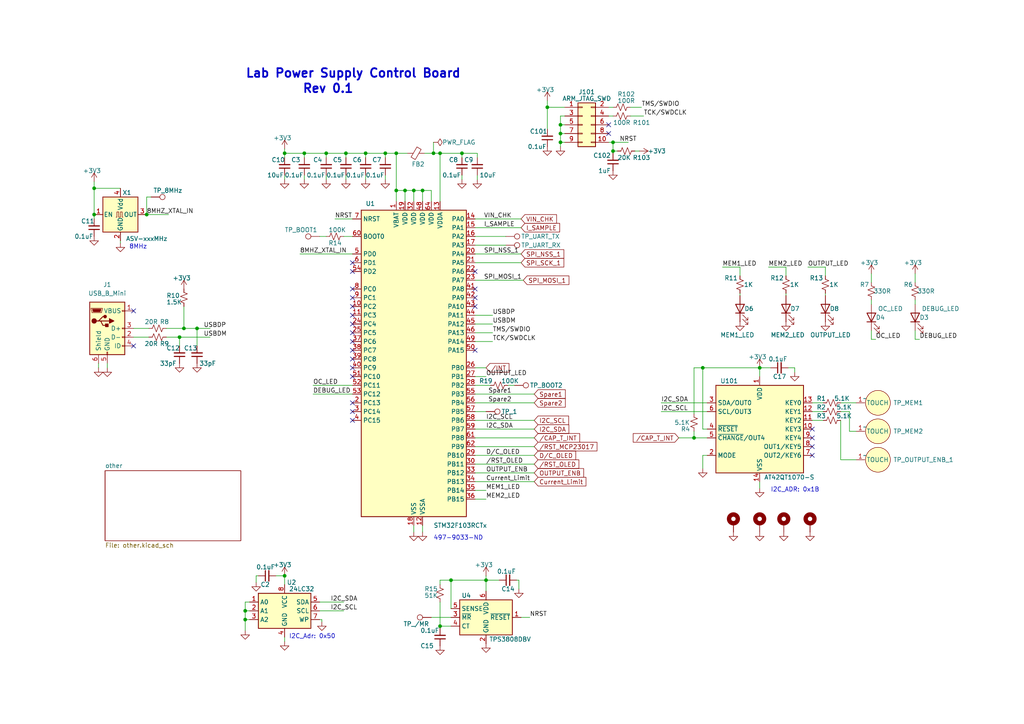
<source format=kicad_sch>
(kicad_sch (version 20230121) (generator eeschema)
  (paper "A4")
  (title_block (title "Lab Power Supply") (date "2023-12-23") (rev "0.1") (comment 1 "Designer: Jerry OKeefe"))
  (junction (at 177.8 41.275))
  (junction (at 82.55 167.005))
  (junction (at 127.635 181.61))
  (junction (at 140.97 168.275))
  (junction (at 94.615 44.45))
  (junction (at 162.56 41.275))
  (junction (at 42.545 62.23))
  (junction (at 100.33 44.45))
  (junction (at 177.8 43.815))
  (junction (at 162.56 36.195))
  (junction (at 220.345 106.68))
  (junction (at 122.555 55.245))
  (junction (at 71.12 177.165))
  (junction (at 162.56 38.735))
  (junction (at 82.55 44.45))
  (junction (at 27.305 54.61))
  (junction (at 130.81 168.275))
  (junction (at 158.75 31.115))
  (junction (at 71.12 179.705))
  (junction (at 53.34 95.25))
  (junction (at 133.985 44.45))
  (junction (at 114.935 55.245))
  (junction (at 88.265 44.45))
  (junction (at 52.07 97.79))
  (junction (at 27.305 62.23))
  (junction (at 106.045 44.45))
  (junction (at 120.015 55.245))
  (junction (at 57.15 95.25))
  (junction (at 114.935 44.45))
  (junction (at 125.73 44.45))
  (junction (at 203.835 106.68))
  (junction (at 201.295 127))
  (junction (at 117.475 55.245))
  (junction (at 111.76 44.45))
  (junction (at 127.635 44.45))
  (no_connect (at 102.235 86.36))
  (no_connect (at 102.235 119.38))
  (no_connect (at 235.585 127))
  (no_connect (at 102.235 101.6))
  (no_connect (at 102.235 93.98))
  (no_connect (at 102.235 76.2))
  (no_connect (at 137.795 101.6))
  (no_connect (at 176.53 38.735))
  (no_connect (at 137.795 88.9))
  (no_connect (at 102.235 104.14))
  (no_connect (at 102.235 88.9))
  (no_connect (at 102.235 109.22))
  (no_connect (at 102.235 78.74))
  (no_connect (at 102.235 83.82))
  (no_connect (at 102.235 99.06))
  (no_connect (at 102.235 121.92))
  (no_connect (at 235.585 124.46))
  (no_connect (at 102.235 106.68))
  (no_connect (at 137.795 83.82))
  (no_connect (at 137.795 78.74))
  (no_connect (at 102.235 116.84))
  (no_connect (at 38.735 100.33))
  (no_connect (at 176.53 36.195))
  (no_connect (at 38.735 90.17))
  (no_connect (at 235.585 132.08))
  (no_connect (at 137.795 86.36))
  (no_connect (at 235.585 129.54))
  (no_connect (at 102.235 91.44))
  (no_connect (at 102.235 96.52))
  (wire (pts (xy 71.12 177.165) (xy 71.12 179.705)))
  (wire (pts (xy 239.395 85.725) (xy 239.395 85.09)))
  (wire (pts (xy 117.475 58.42) (xy 117.475 55.245)))
  (wire (pts (xy 80.01 167.005) (xy 82.55 167.005)))
  (wire (pts (xy 57.15 95.25) (xy 60.96 95.25)))
  (wire (pts (xy 147.32 111.76) (xy 149.225 111.76)))
  (wire (pts (xy 140.97 167.005) (xy 140.97 168.275)))
  (wire (pts (xy 265.43 95.885) (xy 265.43 98.425)))
  (wire (pts (xy 265.43 88.265) (xy 265.43 86.995)))
  (wire (pts (xy 140.97 168.275) (xy 140.97 171.45)))
  (wire (pts (xy 137.795 96.52) (xy 142.875 96.52)))
  (wire (pts (xy 52.07 97.79) (xy 48.26 97.79)))
  (wire (pts (xy 92.71 179.705) (xy 93.345 179.705)))
  (wire (pts (xy 57.15 95.25) (xy 57.15 100.33)))
  (wire (pts (xy 106.045 50.8) (xy 106.045 52.07)))
  (wire (pts (xy 176.53 31.115) (xy 177.8 31.115)))
  (wire (pts (xy 137.795 121.92) (xy 154.94 121.92)))
  (wire (pts (xy 127.635 168.275) (xy 127.635 169.545)))
  (wire (pts (xy 82.55 44.45) (xy 88.265 44.45)))
  (wire (pts (xy 246.38 125.095) (xy 248.285 125.095)))
  (wire (pts (xy 137.795 129.54) (xy 154.94 129.54)))
  (wire (pts (xy 127.635 174.625) (xy 127.635 181.61)))
  (wire (pts (xy 90.805 114.3) (xy 102.235 114.3)))
  (wire (pts (xy 137.795 68.58) (xy 146.685 68.58)))
  (wire (pts (xy 137.795 116.84) (xy 154.94 116.84)))
  (wire (pts (xy 209.55 77.47) (xy 214.63 77.47)))
  (wire (pts (xy 34.925 54.61) (xy 27.305 54.61)))
  (wire (pts (xy 158.75 31.115) (xy 158.75 37.465)))
  (wire (pts (xy 99.695 68.58) (xy 102.235 68.58)))
  (wire (pts (xy 38.735 95.25) (xy 43.18 95.25)))
  (wire (pts (xy 120.015 55.245) (xy 122.555 55.245)))
  (wire (pts (xy 86.995 73.66) (xy 102.235 73.66)))
  (wire (pts (xy 42.545 62.23) (xy 48.895 62.23)))
  (wire (pts (xy 162.56 36.195) (xy 163.83 36.195)))
  (wire (pts (xy 243.84 133.35) (xy 248.285 133.35)))
  (wire (pts (xy 162.56 38.735) (xy 163.83 38.735)))
  (wire (pts (xy 203.835 106.68) (xy 201.295 106.68)))
  (wire (pts (xy 137.795 127) (xy 154.94 127)))
  (wire (pts (xy 52.07 100.33) (xy 52.07 97.79)))
  (wire (pts (xy 100.33 44.45) (xy 100.33 45.72)))
  (wire (pts (xy 114.935 44.45) (xy 111.76 44.45)))
  (wire (pts (xy 201.295 127) (xy 201.295 125.095)))
  (wire (pts (xy 162.56 41.275) (xy 163.83 41.275)))
  (wire (pts (xy 235.585 119.38) (xy 238.76 119.38)))
  (wire (pts (xy 162.56 41.275) (xy 162.56 38.735)))
  (wire (pts (xy 111.76 44.45) (xy 111.76 45.72)))
  (wire (pts (xy 176.53 33.655) (xy 177.8 33.655)))
  (wire (pts (xy 52.07 97.79) (xy 60.96 97.79)))
  (wire (pts (xy 93.345 179.705) (xy 93.345 180.34)))
  (wire (pts (xy 125.095 179.07) (xy 130.81 179.07)))
  (wire (pts (xy 203.835 132.08) (xy 203.835 135.89)))
  (wire (pts (xy 114.935 44.45) (xy 118.11 44.45)))
  (wire (pts (xy 234.315 77.47) (xy 239.395 77.47)))
  (wire (pts (xy 243.84 121.92) (xy 243.84 133.35)))
  (wire (pts (xy 137.795 63.5) (xy 151.13 63.5)))
  (wire (pts (xy 137.795 111.76) (xy 142.24 111.76)))
  (wire (pts (xy 191.77 116.84) (xy 205.105 116.84)))
  (wire (pts (xy 163.83 31.115) (xy 158.75 31.115)))
  (wire (pts (xy 137.795 144.78) (xy 140.97 144.78)))
  (wire (pts (xy 88.265 44.45) (xy 94.615 44.45)))
  (wire (pts (xy 235.585 121.92) (xy 238.76 121.92)))
  (wire (pts (xy 220.345 106.68) (xy 220.345 109.22)))
  (wire (pts (xy 72.39 174.625) (xy 71.12 174.625)))
  (wire (pts (xy 90.805 111.76) (xy 102.235 111.76)))
  (wire (pts (xy 100.33 44.45) (xy 106.045 44.45)))
  (wire (pts (xy 31.115 105.41) (xy 31.115 106.68)))
  (wire (pts (xy 127.635 181.61) (xy 127.635 182.245)))
  (wire (pts (xy 117.475 55.245) (xy 120.015 55.245)))
  (wire (pts (xy 220.345 106.68) (xy 203.835 106.68)))
  (wire (pts (xy 203.835 106.68) (xy 203.835 124.46)))
  (wire (pts (xy 177.8 41.275) (xy 182.245 41.275)))
  (wire (pts (xy 82.55 44.45) (xy 82.55 45.72)))
  (wire (pts (xy 127.635 44.45) (xy 127.635 58.42)))
  (wire (pts (xy 137.795 124.46) (xy 154.94 124.46)))
  (wire (pts (xy 151.13 179.07) (xy 153.67 179.07)))
  (wire (pts (xy 82.55 184.785) (xy 82.55 186.055)))
  (wire (pts (xy 227.965 77.47) (xy 227.965 80.01)))
  (wire (pts (xy 137.795 142.24) (xy 140.97 142.24)))
  (wire (pts (xy 220.345 106.68) (xy 223.52 106.68)))
  (wire (pts (xy 214.63 85.725) (xy 214.63 85.09)))
  (wire (pts (xy 227.965 85.725) (xy 227.965 85.09)))
  (wire (pts (xy 162.56 36.195) (xy 162.56 33.655)))
  (wire (pts (xy 122.555 55.245) (xy 125.095 55.245)))
  (wire (pts (xy 27.305 52.705) (xy 27.305 54.61)))
  (wire (pts (xy 114.935 55.245) (xy 114.935 44.45)))
  (wire (pts (xy 106.045 44.45) (xy 111.76 44.45)))
  (wire (pts (xy 140.97 168.275) (xy 130.81 168.275)))
  (wire (pts (xy 243.84 116.84) (xy 248.285 116.84)))
  (wire (pts (xy 137.795 109.22) (xy 140.97 109.22)))
  (wire (pts (xy 92.71 68.58) (xy 94.615 68.58)))
  (wire (pts (xy 133.985 44.45) (xy 138.43 44.45)))
  (wire (pts (xy 114.935 58.42) (xy 114.935 55.245)))
  (wire (pts (xy 27.305 62.23) (xy 27.305 63.5)))
  (wire (pts (xy 228.6 106.68) (xy 230.505 106.68)))
  (wire (pts (xy 191.77 119.38) (xy 205.105 119.38)))
  (wire (pts (xy 137.795 139.7) (xy 154.94 139.7)))
  (wire (pts (xy 130.81 168.275) (xy 130.81 176.53)))
  (wire (pts (xy 214.63 77.47) (xy 214.63 80.01)))
  (wire (pts (xy 88.265 44.45) (xy 88.265 45.72)))
  (wire (pts (xy 34.925 69.85) (xy 34.925 70.485)))
  (wire (pts (xy 138.43 50.8) (xy 138.43 52.07)))
  (wire (pts (xy 177.8 43.815) (xy 179.07 43.815)))
  (wire (pts (xy 92.71 177.165) (xy 99.695 177.165)))
  (wire (pts (xy 106.045 44.45) (xy 106.045 45.72)))
  (wire (pts (xy 137.795 71.12) (xy 146.685 71.12)))
  (wire (pts (xy 196.85 127) (xy 201.295 127)))
  (wire (pts (xy 265.43 98.425) (xy 266.7 98.425)))
  (wire (pts (xy 82.55 167.005) (xy 82.55 169.545)))
  (wire (pts (xy 127.635 181.61) (xy 130.81 181.61)))
  (wire (pts (xy 158.75 29.21) (xy 158.75 31.115)))
  (wire (pts (xy 137.795 119.38) (xy 140.97 119.38)))
  (wire (pts (xy 252.73 95.885) (xy 252.73 98.425)))
  (wire (pts (xy 150.495 168.275) (xy 149.86 168.275)))
  (wire (pts (xy 265.43 79.375) (xy 265.43 81.915)))
  (wire (pts (xy 137.795 99.06) (xy 142.875 99.06)))
  (wire (pts (xy 137.795 81.28) (xy 151.765 81.28)))
  (wire (pts (xy 137.795 134.62) (xy 154.94 134.62)))
  (wire (pts (xy 246.38 119.38) (xy 246.38 125.095)))
  (wire (pts (xy 125.73 41.275) (xy 125.73 44.45)))
  (wire (pts (xy 137.795 93.98) (xy 142.875 93.98)))
  (wire (pts (xy 38.735 97.79) (xy 43.18 97.79)))
  (wire (pts (xy 140.97 168.275) (xy 144.78 168.275)))
  (wire (pts (xy 127.635 44.45) (xy 133.985 44.45)))
  (wire (pts (xy 94.615 44.45) (xy 94.615 45.72)))
  (wire (pts (xy 252.73 88.265) (xy 252.73 86.995)))
  (wire (pts (xy 125.73 44.45) (xy 127.635 44.45)))
  (wire (pts (xy 162.56 42.545) (xy 162.56 41.275)))
  (wire (pts (xy 53.34 95.25) (xy 57.15 95.25)))
  (wire (pts (xy 133.985 50.8) (xy 133.985 52.07)))
  (wire (pts (xy 137.795 73.66) (xy 151.13 73.66)))
  (wire (pts (xy 182.88 31.115) (xy 186.055 31.115)))
  (wire (pts (xy 220.345 139.7) (xy 220.345 141.605)))
  (wire (pts (xy 162.56 33.655) (xy 163.83 33.655)))
  (wire (pts (xy 177.8 43.815) (xy 177.8 41.275)))
  (wire (pts (xy 94.615 44.45) (xy 100.33 44.45)))
  (wire (pts (xy 137.795 106.68) (xy 140.97 106.68)))
  (wire (pts (xy 48.26 95.25) (xy 53.34 95.25)))
  (wire (pts (xy 120.015 58.42) (xy 120.015 55.245)))
  (wire (pts (xy 130.81 168.275) (xy 127.635 168.275)))
  (wire (pts (xy 252.73 98.425) (xy 254 98.425)))
  (wire (pts (xy 252.73 79.375) (xy 252.73 81.915)))
  (wire (pts (xy 201.295 106.68) (xy 201.295 120.015)))
  (wire (pts (xy 82.55 43.18) (xy 82.55 44.45)))
  (wire (pts (xy 137.795 76.2) (xy 151.13 76.2)))
  (wire (pts (xy 97.155 63.5) (xy 102.235 63.5)))
  (wire (pts (xy 137.795 91.44) (xy 142.875 91.44)))
  (wire (pts (xy 205.105 124.46) (xy 203.835 124.46)))
  (wire (pts (xy 27.305 54.61) (xy 27.305 62.23)))
  (wire (pts (xy 120.015 152.4) (xy 120.015 154.305)))
  (wire (pts (xy 125.095 55.245) (xy 125.095 58.42)))
  (wire (pts (xy 230.505 106.68) (xy 230.505 107.95)))
  (wire (pts (xy 71.12 179.705) (xy 71.12 182.88)))
  (wire (pts (xy 71.12 174.625) (xy 71.12 177.165)))
  (wire (pts (xy 133.985 44.45) (xy 133.985 45.72)))
  (wire (pts (xy 28.575 105.41) (xy 28.575 106.68)))
  (wire (pts (xy 74.93 167.005) (xy 74.295 167.005)))
  (wire (pts (xy 82.55 50.8) (xy 82.55 52.07)))
  (wire (pts (xy 150.495 170.815) (xy 150.495 168.275)))
  (wire (pts (xy 184.15 43.815) (xy 185.42 43.815)))
  (wire (pts (xy 94.615 50.8) (xy 94.615 52.07)))
  (wire (pts (xy 205.105 132.08) (xy 203.835 132.08)))
  (wire (pts (xy 243.84 119.38) (xy 246.38 119.38)))
  (wire (pts (xy 122.555 58.42) (xy 122.555 55.245)))
  (wire (pts (xy 235.585 116.84) (xy 238.76 116.84)))
  (wire (pts (xy 222.885 77.47) (xy 227.965 77.47)))
  (wire (pts (xy 176.53 41.275) (xy 177.8 41.275)))
  (wire (pts (xy 239.395 77.47) (xy 239.395 80.01)))
  (wire (pts (xy 100.33 50.8) (xy 100.33 52.07)))
  (wire (pts (xy 138.43 44.45) (xy 138.43 45.72)))
  (wire (pts (xy 137.795 66.04) (xy 151.13 66.04)))
  (wire (pts (xy 137.795 137.16) (xy 154.94 137.16)))
  (wire (pts (xy 114.935 55.245) (xy 117.475 55.245)))
  (wire (pts (xy 177.8 43.815) (xy 177.8 44.45)))
  (wire (pts (xy 182.88 33.655) (xy 186.69 33.655)))
  (wire (pts (xy 162.56 38.735) (xy 162.56 36.195)))
  (wire (pts (xy 71.12 179.705) (xy 72.39 179.705)))
  (wire (pts (xy 111.76 50.8) (xy 111.76 52.07)))
  (wire (pts (xy 205.105 127) (xy 201.295 127)))
  (wire (pts (xy 122.555 152.4) (xy 122.555 154.305)))
  (wire (pts (xy 42.545 57.15) (xy 42.545 62.23)))
  (wire (pts (xy 74.295 167.005) (xy 74.295 168.91)))
  (wire (pts (xy 137.795 114.3) (xy 154.94 114.3)))
  (wire (pts (xy 71.12 177.165) (xy 72.39 177.165)))
  (wire (pts (xy 123.19 44.45) (xy 125.73 44.45)))
  (wire (pts (xy 92.71 174.625) (xy 99.695 174.625)))
  (wire (pts (xy 53.34 88.9) (xy 53.34 95.25)))
  (wire (pts (xy 42.545 57.15) (xy 43.815 57.15)))
  (wire (pts (xy 88.265 50.8) (xy 88.265 52.07)))
  (wire (pts (xy 137.795 132.08) (xy 154.94 132.08)))
  (text "8MHz" (at 37.465 72.39 0) (effects (font (size 1.27 1.27)) (justify left bottom)))
  (text "Lab Power Supply Control Board" (at 71.12 22.86 0) (effects (font (size 2.5 2.5) (thickness 0.5) bold) (justify left bottom)))
  (text "I2C_ADR: 0x1B" (at 223.52 142.875 0) (effects (font (size 1.27 1.27)) (justify left bottom)))
  (text "I2C_Adr: 0x50" (at 83.82 185.42 0) (effects (font (size 1.27 1.27)) (justify left bottom)))
  (text "497-9033-ND" (at 125.73 156.845 0) (effects (font (size 1.27 1.27)) (justify left bottom)))
  (text "Rev 0.1" (at 87.63 27.305 0) (effects (font (size 2.5 2.5) bold) (justify left bottom)))
  (label "NRST" (at 153.67 179.07 0))
  (label "OUTPUT_ENB" (at 140.97 137.16 0))
  (label "USBDM" (at 59.055 97.79 0))
  (label "OUTPUT_LED" (at 140.97 109.22 0))
  (label "MEM1_LED" (at 140.97 142.24 0))
  (label "SPI_NSS_1" (at 140.335 73.66 0))
  (label "Spare1" (at 141.605 114.3 0))
  (label "MEM1_LED" (at 209.55 77.47 0))
  (label "{slash}RST_OLED" (at 140.97 134.62 0))
  (label "USBDP" (at 142.875 91.44 0))
  (label "I2C_SCL" (at 140.97 121.92 0))
  (label "USBDM" (at 142.875 93.98 0))
  (label "TMS{slash}SWDIO" (at 186.055 31.115 0))
  (label "8MHZ_XTAL_IN" (at 86.995 73.66 0))
  (label "8MHZ_XTAL_IN" (at 42.545 62.23 0))
  (label "USBDP" (at 59.055 95.25 0))
  (label "D{slash}C_OLED" (at 140.97 132.08 0))
  (label "Spare2" (at 141.605 116.84 0))
  (label "NRST" (at 97.155 63.5 0))
  (label "DEBUG_LED" (at 266.7 98.425 0))
  (label "I2C_SDA" (at 140.97 124.46 0))
  (label "Current_Limit" (at 140.97 139.7 0))
  (label "I_SAMPLE" (at 140.335 66.04 0))
  (label "I2C_SCL" (at 191.77 119.38 0))
  (label "I2C_SDA" (at 95.885 174.625 0))
  (label "MEM2_LED" (at 140.97 144.78 0))
  (label "OC_LED" (at 90.805 111.76 0))
  (label "TCK{slash}SWDCLK" (at 186.69 33.655 0))
  (label "I2C_SDA" (at 191.77 116.84 0))
  (label "DEBUG_LED" (at 90.805 114.3 0))
  (label "TMS{slash}SWDIO" (at 142.875 96.52 0))
  (label "VIN_CHK" (at 140.335 63.5 0))
  (label "MEM2_LED" (at 222.885 77.47 0))
  (label "SPI_MOSI_1" (at 140.335 81.28 0))
  (label "OC_LED" (at 254 98.425 0))
  (label "NRST" (at 179.705 41.275 0))
  (label "OUTPUT_LED" (at 234.315 77.47 0))
  (label "TCK{slash}SWDCLK" (at 142.875 99.06 0))
  (label "I2C_SCL" (at 95.885 177.165 0))
  (global_label "{slash}RST_MCP23017" (shape input) (at 154.94 129.54 0) (property "Intersheetrefs" "${INTERSHEET_REFS}" (effects hide)))
  (global_label "I_SAMPLE" (shape input) (at 151.13 66.04 0) (property "Intersheetrefs" "${INTERSHEET_REFS}" (effects hide)))
  (global_label "Spare1" (shape input) (at 154.94 114.3 0) (property "Intersheetrefs" "${INTERSHEET_REFS}" (effects hide)))
  (global_label "{slash}CAP_T_INT" (shape input) (at 196.85 127 180) (property "Intersheetrefs" "${INTERSHEET_REFS}" (effects hide)))
  (global_label "I2C_SCL" (shape input) (at 154.94 121.92 0) (property "Intersheetrefs" "${INTERSHEET_REFS}" (effects hide)))
  (global_label "D{slash}C_OLED" (shape input) (at 154.94 132.08 0) (property "Intersheetrefs" "${INTERSHEET_REFS}" (effects hide)))
  (global_label "SPI_SCK_1" (shape input) (at 151.13 76.2 0) (property "Intersheetrefs" "${INTERSHEET_REFS}" (effects hide)))
  (global_label "{slash}RST_OLED" (shape input) (at 154.94 134.62 0) (property "Intersheetrefs" "${INTERSHEET_REFS}" (effects hide)))
  (global_label "{slash}CAP_T_INT" (shape input) (at 154.94 127 0) (property "Intersheetrefs" "${INTERSHEET_REFS}" (effects hide)))
  (global_label "OUTPUT_ENB" (shape input) (at 154.94 137.16 0) (property "Intersheetrefs" "${INTERSHEET_REFS}" (effects hide)))
  (global_label "Current_Limit" (shape input) (at 154.94 139.7 0) (property "Intersheetrefs" "${INTERSHEET_REFS}" (effects hide)))
  (global_label "Spare2" (shape input) (at 154.94 116.84 0) (property "Intersheetrefs" "${INTERSHEET_REFS}" (effects hide)))
  (global_label "{slash}INT" (shape input) (at 140.97 106.68 0) (property "Intersheetrefs" "${INTERSHEET_REFS}" (effects hide)))
  (global_label "I2C_SDA" (shape input) (at 154.94 124.46 0) (property "Intersheetrefs" "${INTERSHEET_REFS}" (effects hide)))
  (global_label "SPI_MOSI_1" (shape input) (at 151.765 81.28 0) (property "Intersheetrefs" "${INTERSHEET_REFS}" (effects hide)))
  (global_label "VIN_CHK" (shape input) (at 151.13 63.5 0) (property "Intersheetrefs" "${INTERSHEET_REFS}" (effects hide)))
  (global_label "SPI_NSS_1" (shape input) (at 151.13 73.66 0) (property "Intersheetrefs" "${INTERSHEET_REFS}" (effects hide)))
  (symbol (lib_id "Device:C_Small") (at 127.635 184.785 180) (unit 1)
    (property "Reference" "C15" (at 121.92 187.325 0) (effects (justify right)))
    (property "Value" "0.1uF" (at 121.92 182.88 0) (effects (justify right)))
    (property "Footprint" "Capacitor_SMD:C_0603_1608Metric_Pad1.08x0.95mm_HandSolder" (effects hide))
    (property "Description" "CAP CER, 0.1uF, 25V, X7R, 1206" (effects hide))
    (property "Vendor" "Digikey" (effects hide))
    (property "Vendor #" "1276-1017-1-ND" (effects hide))
  )
  (symbol (lib_id "Connector:TestPoint") (at 149.225 111.76 270) (unit 1) (in_bom no)
    (property "Reference" "TP_5V7" (effects hide))
    (property "Value" "TP_BOOT2" (at 153.67 111.76 90) (effects (justify left)))
    (property "Footprint" "TestPoint:TestPoint_THTPad_D2.0mm_Drill1.0mm" (effects hide))
  )
  (symbol (lib_id "power:GND") (at 71.12 182.88 0) (unit 1)
    (property "Reference" "#PWR06" (effects hide))
    (property "Value" "GND" (effects hide))
  )
  (symbol (lib_id "Device:R_Small_US") (at 265.43 84.455 180) (unit 1)
    (property "Reference" "R6" (at 264.795 82.55 0) (effects (justify left)))
    (property "Value" "330R" (at 271.145 84.455 0) (effects (justify left)))
    (property "Footprint" "Resistor_SMD:R_0603_1608Metric_Pad0.98x0.95mm_HandSolder" (effects hide))
    (property "Description" " RES 4.7K OHM %1 1/10W 1206 SMD" (effects hide))
  )
  (symbol (lib_id "power:GND") (at 230.505 107.95 0) (unit 1)
    (property "Reference" "#PWR041" (effects hide))
    (property "Value" "GND" (effects hide))
  )
  (symbol (lib_id "Connector:TestPoint") (at 146.685 68.58 270) (unit 1) (in_bom no)
    (property "Reference" "TP_5V101" (effects hide))
    (property "Value" "TP_UART_TX" (at 151.13 68.58 90) (effects (justify left)))
    (property "Footprint" "TestPoint:TestPoint_THTPad_D2.0mm_Drill1.0mm" (effects hide))
  )
  (symbol (lib_id "power:GND") (at 94.615 52.07 0) (unit 1)
    (property "Reference" "#PWR011" (effects hide))
    (property "Value" "GND" (effects hide))
  )
  (symbol (lib_id "power:GND") (at 227.33 154.305 0) (unit 1)
    (property "Reference" "#PWR043" (effects hide))
    (property "Value" "GND" (effects hide))
  )
  (symbol (lib_id "power:GND") (at 150.495 170.815 0) (unit 1)
    (property "Reference" "#PWR037" (effects hide))
    (property "Value" "GND" (effects hide))
  )
  (symbol (lib_id "power:GND") (at 212.725 154.305 0) (unit 1)
    (property "Reference" "#PWR03" (effects hide))
    (property "Value" "GND" (effects hide))
  )
  (symbol (lib_id "Device:LED") (at 239.395 89.535 90) (unit 1)
    (property "Reference" "D8" (at 240.665 89.535 90) (effects (justify right)))
    (property "Value" "OUTPUT_LED" (at 234.95 97.155 90) (effects (justify right)))
    (property "Footprint" "LED_SMD:LED_1206_3216Metric_Pad1.42x1.75mm_HandSolder" (effects hide))
    (property "Datasheet" "https://sunledusa.com/products/spec/XZM2CRK55W-3.pdf" (effects hide))
    (property "Description" "LED RED CLEAR SMD  1206 " (effects hide))
    (property "Vendor" "Digikey" (effects hide))
    (property "Vendor Part #" "1497-XZM2CRK55W-3RTCT-ND" (effects hide))
  )
  (symbol (lib_id "power:GND") (at 27.305 68.58 0) (unit 1)
    (property "Reference" "#PWR023" (effects hide))
    (property "Value" "GND" (effects hide))
  )
  (symbol (lib_id "Device:C_Small") (at 177.8 46.99 0) (mirror x) (unit 1)
    (property "Reference" "C102" (at 177.165 45.085 0) (effects (justify right)))
    (property "Value" "1uF" (at 177.165 49.53 0) (effects (justify right)))
    (property "Footprint" "Capacitor_SMD:C_0603_1608Metric_Pad1.08x0.95mm_HandSolder" (effects hide))
    (property "Description" "CAP CER, 0.1uF, 25V, X7R, 1206" (effects hide))
    (property "Vendor" "Digikey" (effects hide))
    (property "Vendor #" "1276-1017-1-ND" (effects hide))
  )
  (symbol (lib_id "power:GND") (at 220.345 154.305 0) (unit 1)
    (property "Reference" "#PWR042" (effects hide))
    (property "Value" "GND" (effects hide))
  )
  (symbol (lib_id "power:GND") (at 227.965 93.345 0) (unit 1)
    (property "Reference" "#PWR030" (effects hide))
    (property "Value" "GND" (effects hide))
  )
  (symbol (lib_id "Device:R_Small_US") (at 127.635 172.085 180) (unit 1)
    (property "Reference" "R15" (at 127 170.815 0) (effects (justify left)))
    (property "Value" "51K" (at 127 172.72 0) (effects (justify left)))
    (property "Footprint" "Resistor_SMD:R_0603_1608Metric_Pad0.98x0.95mm_HandSolder" (effects hide))
    (property "Description" " RES 4.7K OHM %1 1/10W 1206 SMD" (effects hide))
  )
  (symbol (lib_id "Device:LED") (at 227.965 89.535 90) (unit 1)
    (property "Reference" "D7" (at 229.235 89.535 90) (effects (justify right)))
    (property "Value" "MEM2_LED" (at 223.52 97.155 90) (effects (justify right)))
    (property "Footprint" "LED_SMD:LED_1206_3216Metric_Pad1.42x1.75mm_HandSolder" (effects hide))
    (property "Datasheet" "https://sunledusa.com/products/spec/XZM2CRK55W-3.pdf" (effects hide))
    (property "Description" "LED RED CLEAR SMD  1206 " (effects hide))
    (property "Vendor" "Digikey" (effects hide))
    (property "Vendor Part #" "1497-XZM2CRK55W-3RTCT-ND" (effects hide))
  )
  (symbol (lib_id "power:PWR_FLAG") (at 125.73 41.275 270) (mirror x) (unit 1)
    (property "Reference" "#FLG0101" (effects hide))
    (property "Value" "PWR_FLAG" (at 128.27 41.275 90) (effects (justify left)))
  )
  (symbol (lib_id "power:+3V3") (at 220.345 106.68 0) (unit 1)
    (property "Reference" "#PWR02" (effects hide))
    (property "Value" "+3V3" (at 219.71 103.505 0))
  )
  (symbol (lib_id "power:+3V3") (at 140.97 167.005 0) (unit 1)
    (property "Reference" "#PWR036" (effects hide))
    (property "Value" "+3V3" (at 140.335 163.83 0))
  )
  (symbol (lib_id "power:+3V3") (at 158.75 29.21 0) (unit 1)
    (property "Reference" "#PWR0102" (effects hide))
    (property "Value" "+3V3" (at 158.115 26.035 0))
  )
  (symbol (lib_id "power:GND") (at 122.555 154.305 0) (unit 1)
    (property "Reference" "#PWR09" (effects hide))
    (property "Value" "GND" (effects hide))
  )
  (symbol (lib_id "Connector:TestPoint") (at 146.685 71.12 270) (unit 1) (in_bom no)
    (property "Reference" "TP_5V102" (effects hide))
    (property "Value" "TP_UART_RX" (at 151.13 71.12 90) (effects (justify left)))
    (property "Footprint" "TestPoint:TestPoint_THTPad_D2.0mm_Drill1.0mm" (effects hide))
  )
  (symbol (lib_id "power:GND") (at 120.015 154.305 0) (unit 1)
    (property "Reference" "#PWR08" (effects hide))
    (property "Value" "GND" (effects hide))
  )
  (symbol (lib_id "power:GND") (at 28.575 106.68 0) (unit 1)
    (property "Reference" "#PWR025" (effects hide))
    (property "Value" "GND" (effects hide))
  )
  (symbol (lib_id "power:+3V3") (at 82.55 43.18 0) (unit 1)
    (property "Reference" "#PWR018" (effects hide))
    (property "Value" "+3V3" (at 81.915 40.005 0))
  )
  (symbol (lib_id "Connector:TestPoint") (at 140.97 119.38 270) (unit 1) (in_bom no)
    (property "Reference" "TP_5V8" (effects hide))
    (property "Value" "TP_1" (at 145.415 119.38 90) (effects (justify left)))
    (property "Footprint" "TestPoint:TestPoint_THTPad_D2.0mm_Drill1.0mm" (effects hide))
  )
  (symbol (lib_id "Device:R_Small_US") (at 97.155 68.58 270) (unit 1)
    (property "Reference" "R14" (at 95.25 70.485 90) (effects (justify left)))
    (property "Value" "100K" (at 95.25 66.675 90) (effects (justify left)))
    (property "Footprint" "Resistor_SMD:R_0603_1608Metric_Pad0.98x0.95mm_HandSolder" (effects hide))
    (property "Description" " RES 4.7K OHM %1 1/10W 1206 SMD" (effects hide))
  )
  (symbol (lib_id "power:GND") (at 82.55 52.07 0) (unit 1)
    (property "Reference" "#PWR017" (effects hide))
    (property "Value" "GND" (effects hide))
  )
  (symbol (lib_id "Power_Supervisor:TPS3808DBV") (at 140.97 179.07 0) (unit 1)
    (property "Reference" "U4" (at 135.255 172.72 0))
    (property "Value" "TPS3808DBV" (at 147.955 185.42 0))
    (property "Footprint" "Package_TO_SOT_SMD:SOT-23-6" (effects hide))
    (property "Datasheet" "http://www.ti.com/lit/ds/symlink/tps3808.pdf" (effects hide))
  )
  (symbol (lib_id "power:+3V3") (at 185.42 43.815 270) (unit 1)
    (property "Reference" "#PWR0105" (effects hide))
    (property "Value" "+3V3" (at 190.5 43.815 90))
  )
  (symbol (lib_id "power:+3V3") (at 252.73 79.375 0) (unit 1)
    (property "Reference" "#PWR020" (effects hide))
    (property "Value" "+3V3" (at 252.095 76.2 0))
  )
  (symbol (lib_id "power:GND") (at 239.395 93.345 0) (unit 1)
    (property "Reference" "#PWR032" (effects hide))
    (property "Value" "GND" (effects hide))
  )
  (symbol (lib_id "power:GND") (at 177.8 49.53 0) (unit 1)
    (property "Reference" "#PWR0104" (effects hide))
    (property "Value" "GND" (effects hide))
  )
  (symbol (lib_id "Memory_EEPROM:24LC32") (at 82.55 177.165 0) (unit 1)
    (property "Reference" "U2" (at 83.185 168.91 0) (effects (justify left)))
    (property "Value" "24LC32" (at 83.82 170.815 0) (effects (justify left)))
    (property "Datasheet" "http://ww1.microchip.com/downloads/en/DeviceDoc/21072G.pdf" (effects hide))
  )
  (symbol (lib_id "Sensor_Touch:AT42QT1070-S") (at 220.345 124.46 0) (unit 1)
    (property "Reference" "U101" (at 208.915 110.49 0) (effects (justify left)))
    (property "Value" "AT42QT1070-S" (at 221.615 138.43 0) (effects (justify left)))
    (property "Footprint" "Package_SO:SOIC-14_3.9x8.7mm_P1.27mm" (effects hide))
    (property "Datasheet" "http://ww1.microchip.com/downloads/en/DeviceDoc/Atmel-9596-AT42-QTouch-BSW-AT42QT1070_Datasheet.pdf" (effects hide))
  )
  (symbol (lib_id "power:GND") (at 100.33 52.07 0) (unit 1)
    (property "Reference" "#PWR012" (effects hide))
    (property "Value" "GND" (effects hide))
  )
  (symbol (lib_id "Device:LED") (at 214.63 89.535 90) (unit 1)
    (property "Reference" "D6" (at 215.9 89.535 90) (effects (justify right)))
    (property "Value" "MEM1_LED" (at 208.915 97.155 90) (effects (justify right)))
    (property "Footprint" "LED_SMD:LED_1206_3216Metric_Pad1.42x1.75mm_HandSolder" (effects hide))
    (property "Datasheet" "https://sunledusa.com/products/spec/XZM2CRK55W-3.pdf" (effects hide))
    (property "Description" "LED RED CLEAR SMD  1206 " (effects hide))
    (property "Vendor" "Digikey" (effects hide))
    (property "Vendor Part #" "1497-XZM2CRK55W-3RTCT-ND" (effects hide))
  )
  (symbol (lib_id "power:GND") (at 220.345 141.605 0) (unit 1)
    (property "Reference" "#PWR01" (effects hide))
    (property "Value" "GND" (effects hide))
  )
  (symbol (lib_id "Device:R_Small_US") (at 227.965 82.55 180) (unit 1)
    (property "Reference" "R12" (at 227.33 80.645 0) (effects (justify left)))
    (property "Value" "1K" (at 231.775 82.55 0) (effects (justify left)))
    (property "Footprint" "Resistor_SMD:R_0603_1608Metric_Pad0.98x0.95mm_HandSolder" (effects hide))
    (property "Description" " RES 4.7K OHM %1 1/10W 1206 SMD" (effects hide))
  )
  (symbol (lib_id "Device:R_Small_US") (at 181.61 43.815 270) (unit 1)
    (property "Reference" "R103" (at 183.515 45.72 90) (effects (justify left)))
    (property "Value" "20K" (at 179.07 45.72 90) (effects (justify left)))
    (property "Footprint" "Resistor_SMD:R_0603_1608Metric_Pad0.98x0.95mm_HandSolder" (effects hide))
    (property "Description" " RES 4.7K OHM %1 1/10W 1206 SMD" (effects hide))
  )
  (symbol (lib_id "power:+3V3") (at 82.55 167.005 0) (unit 1)
    (property "Reference" "#PWR04" (effects hide))
    (property "Value" "+3V3" (at 81.915 163.83 0))
  )
  (symbol (lib_id "Mechanical:MountingHole_Pad") (at 234.95 151.765 0) (unit 1) (in_bom no)
    (property "Reference" "H4" (effects hide))
    (property "Value" "MountingHole_Pad" (effects hide))
    (property "Footprint" "MountingHole:MountingHole_2.7mm_M2.5_ISO14580_Pad" (effects hide))
  )
  (symbol (lib_id "Device:R_Small_US") (at 214.63 82.55 180) (unit 1)
    (property "Reference" "R11" (at 213.995 80.645 0) (effects (justify left)))
    (property "Value" "1K" (at 218.44 82.55 0) (effects (justify left)))
    (property "Footprint" "Resistor_SMD:R_0603_1608Metric_Pad0.98x0.95mm_HandSolder" (effects hide))
    (property "Description" " RES 4.7K OHM %1 1/10W 1206 SMD" (effects hide))
  )
  (symbol (lib_id "power:GND") (at 140.97 186.69 0) (unit 1)
    (property "Reference" "#PWR035" (effects hide))
    (property "Value" "GND" (effects hide))
  )
  (symbol (lib_id "Device:R_Small_US") (at 180.34 31.115 270) (unit 1)
    (property "Reference" "R102" (at 179.07 27.305 90) (effects (justify left)))
    (property "Value" "100R" (at 179.07 29.21 90) (effects (justify left)))
    (property "Footprint" "Resistor_SMD:R_0603_1608Metric_Pad0.98x0.95mm_HandSolder" (effects hide))
    (property "Description" " RES 4.7K OHM %1 1/10W 1206 SMD" (effects hide))
  )
  (symbol (lib_id "MCU_ST_STM32F1:STM32F103RCTx") (at 120.015 106.68 0) (unit 1)
    (property "Reference" "U1" (at 106.045 59.055 0) (effects (justify left)))
    (property "Value" "STM32F103RCTx" (at 125.73 152.4 0) (effects (justify left)))
    (property "Footprint" "Package_QFP:LQFP-64_10x10mm_P0.5mm" (effects hide))
    (property "Datasheet" "https://www.st.com/resource/en/datasheet/stm32f103rc.pdf" (effects hide))
  )
  (symbol (lib_id "Connector:TestPoint") (at 43.815 57.15 270) (unit 1) (in_bom no)
    (property "Reference" "TP_5V2" (effects hide))
    (property "Value" "TP_8MHz" (at 44.45 55.245 90) (effects (justify left)))
    (property "Footprint" "TestPoint:TestPoint_THTPad_D2.0mm_Drill1.0mm" (effects hide))
  )
  (symbol (lib_id "Device:C_Small") (at 82.55 48.26 180) (unit 1)
    (property "Reference" "C10" (at 78.74 46.355 0) (effects (justify right)))
    (property "Value" "10uF" (at 77.47 50.8 0) (effects (justify right)))
    (property "Footprint" "Capacitor_SMD:C_0603_1608Metric_Pad1.08x0.95mm_HandSolder" (effects hide))
    (property "Description" "CAP CER, 0.1uF, 25V, X7R, 1206" (effects hide))
    (property "Vendor" "Digikey" (effects hide))
    (property "Vendor #" "1276-1017-1-ND" (effects hide))
  )
  (symbol (lib_id "Connector:TestPoint") (at 92.71 68.58 90) (unit 1) (in_bom no)
    (property "Reference" "TP_5V3" (effects hide))
    (property "Value" "TP_BOOT1" (at 92.075 66.675 90) (effects (justify left)))
    (property "Footprint" "TestPoint:TestPoint_THTPad_D2.0mm_Drill1.0mm" (effects hide))
  )
  (symbol (lib_id "power:GND") (at 234.95 154.305 0) (unit 1)
    (property "Reference" "#PWR044" (effects hide))
    (property "Value" "GND" (effects hide))
  )
  (symbol (lib_id "Device:C_Small") (at 52.07 102.87 180) (unit 1)
    (property "Reference" "C12" (at 48.26 100.965 0) (effects (justify right)))
    (property "Value" "33pF" (at 46.355 105.41 0) (effects (justify right)))
    (property "Footprint" "Capacitor_SMD:C_0603_1608Metric_Pad1.08x0.95mm_HandSolder" (effects hide))
    (property "Description" "CAP CER, 0.1uF, 25V, X7R, 1206" (effects hide))
    (property "Vendor" "Digikey" (effects hide))
    (property "Vendor #" "1276-1017-1-ND" (effects hide))
  )
  (symbol (lib_id "Device:C_Small") (at 226.06 106.68 90) (unit 1)
    (property "Reference" "C17" (at 224.155 109.22 90) (effects (justify right)))
    (property "Value" "0.1uF" (at 222.885 104.14 90) (effects (justify right)))
    (property "Footprint" "Capacitor_SMD:C_0603_1608Metric_Pad1.08x0.95mm_HandSolder" (effects hide))
    (property "Description" "CAP CER, 0.1uF, 25V, X7R, 1206" (effects hide))
    (property "Vendor" "Digikey" (effects hide))
    (property "Vendor #" "1276-1017-1-ND" (effects hide))
  )
  (symbol (lib_id "Device:R_Small_US") (at 45.72 95.25 270) (unit 1)
    (property "Reference" "R8" (at 46.355 93.345 90) (effects (justify left)))
    (property "Value" "20R" (at 41.91 93.345 90) (effects (justify left)))
    (property "Footprint" "Resistor_SMD:R_0603_1608Metric_Pad0.98x0.95mm_HandSolder" (effects hide))
    (property "Description" " RES 10K OHM %1 1/10W 1206 SMD" (effects hide))
  )
  (symbol (lib_id "Connector_Generic:Conn_02x05_Odd_Even") (at 168.91 36.195 0) (unit 1)
    (property "Reference" "J101" (at 170.18 26.67 0))
    (property "Value" "ARM_JTAG_SWD" (at 170.18 28.575 0))
  )
  (symbol (lib_id "Oscillator:ASV-xxxMHz") (at 34.925 62.23 0) (unit 1)
    (property "Reference" "X1" (at 36.83 55.88 0))
    (property "Value" "ASV-xxxMHz" (at 42.545 69.215 0))
    (property "Footprint" "Oscillator:Oscillator_SMD_Abracon_ASV-4Pin_7.0x5.1mm" (effects hide))
    (property "Datasheet" "http://www.abracon.com/Oscillators/ASV.pdf" (effects hide))
  )
  (symbol (lib_id "Device:R_Small_US") (at 45.72 97.79 270) (unit 1)
    (property "Reference" "R9" (at 46.355 99.695 90) (effects (justify left)))
    (property "Value" "20R" (at 41.91 99.695 90) (effects (justify left)))
    (property "Footprint" "Resistor_SMD:R_0603_1608Metric_Pad0.98x0.95mm_HandSolder" (effects hide))
    (property "Description" " RES 10K OHM %1 1/10W 1206 SMD" (effects hide))
  )
  (symbol (lib_id "power:GND") (at 74.295 168.91 0) (unit 1)
    (property "Reference" "#PWR05" (effects hide))
    (property "Value" "GND" (effects hide))
  )
  (symbol (lib_id "Device:R_Small_US") (at 241.3 121.92 270) (unit 1)
    (property "Reference" "R3" (at 236.855 120.65 90) (effects (justify left)))
    (property "Value" "5.1K" (at 242.57 120.65 90) (effects (justify left)))
    (property "Footprint" "Resistor_SMD:R_0603_1608Metric_Pad0.98x0.95mm_HandSolder" (effects hide))
    (property "Description" " RES 4.7K OHM %1 1/10W 1206 SMD" (effects hide))
  )
  (symbol (lib_id "Device:R_Small_US") (at 252.73 84.455 180) (unit 1)
    (property "Reference" "R7" (at 252.095 82.55 0) (effects (justify left)))
    (property "Value" "330R" (at 258.445 84.455 0) (effects (justify left)))
    (property "Footprint" "Resistor_SMD:R_0603_1608Metric_Pad0.98x0.95mm_HandSolder" (effects hide))
    (property "Description" " RES 4.7K OHM %1 1/10W 1206 SMD" (effects hide))
  )
  (symbol (lib_id "Device:R_Small_US") (at 239.395 82.55 180) (unit 1)
    (property "Reference" "R13" (at 238.76 80.645 0) (effects (justify left)))
    (property "Value" "1K" (at 243.205 82.55 0) (effects (justify left)))
    (property "Footprint" "Resistor_SMD:R_0603_1608Metric_Pad0.98x0.95mm_HandSolder" (effects hide))
    (property "Description" " RES 4.7K OHM %1 1/10W 1206 SMD" (effects hide))
  )
  (symbol (lib_id "power:GND") (at 57.15 105.41 0) (unit 1)
    (property "Reference" "#PWR028" (effects hide))
    (property "Value" "GND" (effects hide))
  )
  (symbol (lib_id "Device:R_Small_US") (at 180.34 33.655 270) (unit 1)
    (property "Reference" "R101" (at 183.515 35.56 90) (effects (justify left)))
    (property "Value" "100R" (at 177.8 35.56 90) (effects (justify left)))
    (property "Footprint" "Resistor_SMD:R_0603_1608Metric_Pad0.98x0.95mm_HandSolder" (effects hide))
    (property "Description" " RES 4.7K OHM %1 1/10W 1206 SMD" (effects hide))
  )
  (symbol (lib_id "Device:R_Small_US") (at 53.34 86.36 0) (unit 1)
    (property "Reference" "R10" (at 48.26 85.725 0) (effects (justify left)))
    (property "Value" "1.5K" (at 48.26 87.63 0) (effects (justify left)))
    (property "Footprint" "Resistor_SMD:R_0603_1608Metric_Pad0.98x0.95mm_HandSolder" (effects hide))
    (property "Description" " RES 10K OHM %1 1/10W 1206 SMD" (effects hide))
  )
  (symbol (lib_id "Device:C_Small") (at 94.615 48.26 180) (unit 1)
    (property "Reference" "C4" (at 90.805 46.355 0) (effects (justify right)))
    (property "Value" "0.1uF" (at 88.9 50.8 0) (effects (justify right)))
    (property "Footprint" "Capacitor_SMD:C_0603_1608Metric_Pad1.08x0.95mm_HandSolder" (effects hide))
    (property "Description" "CAP CER, 0.1uF, 25V, X7R, 1206" (effects hide))
    (property "Vendor" "Digikey" (effects hide))
    (property "Vendor #" "1276-1017-1-ND" (effects hide))
  )
  (symbol (lib_id "Device:C_Small") (at 88.265 48.26 180) (unit 1)
    (property "Reference" "C3" (at 84.455 46.355 0) (effects (justify right)))
    (property "Value" "0.1uF" (at 82.55 50.8 0) (effects (justify right)))
    (property "Footprint" "Capacitor_SMD:C_0603_1608Metric_Pad1.08x0.95mm_HandSolder" (effects hide))
    (property "Description" "CAP CER, 0.1uF, 25V, X7R, 1206" (effects hide))
    (property "Vendor" "Digikey" (effects hide))
    (property "Vendor #" "1276-1017-1-ND" (effects hide))
  )
  (symbol (lib_id "power:GND") (at 93.345 180.34 0) (unit 1)
    (property "Reference" "#PWR0106" (effects hide))
    (property "Value" "GND" (effects hide))
  )
  (symbol (lib_id "Mechanical:MountingHole_Pad") (at 212.725 151.765 0) (unit 1) (in_bom no)
    (property "Reference" "H1" (effects hide))
    (property "Value" "MountingHole_Pad" (effects hide))
    (property "Footprint" "MountingHole:MountingHole_2.7mm_M2.5_ISO14580_Pad" (effects hide))
  )
  (symbol (lib_id "power:GND") (at 82.55 186.055 0) (unit 1)
    (property "Reference" "#PWR07" (effects hide))
    (property "Value" "GND" (effects hide))
  )
  (symbol (lib_id "power:GND") (at 111.76 52.07 0) (unit 1)
    (property "Reference" "#PWR014" (effects hide))
    (property "Value" "GND" (effects hide))
  )
  (symbol (lib_id "power:GND") (at 133.985 52.07 0) (unit 1)
    (property "Reference" "#PWR015" (effects hide))
    (property "Value" "GND" (effects hide))
  )
  (symbol (lib_id "power:GND") (at 162.56 42.545 0) (unit 1)
    (property "Reference" "#PWR0101" (effects hide))
    (property "Value" "GND" (effects hide))
  )
  (symbol (lib_id "jerrys_Library:toch_pad") (at 250.825 132.08 0) (unit 1)
    (property "Reference" "TP_OUTPUT_ENB_1" (at 259.08 133.35 0) (effects (justify left)))
    (property "Value" "~" (at 250.825 132.08 0))
  )
  (symbol (lib_id "jerrys_Library:toch_pad") (at 250.825 123.825 0) (unit 1)
    (property "Reference" "TP_MEM2" (at 259.08 125.095 0) (effects (justify left)))
    (property "Value" "~" (at 250.825 123.825 0))
  )
  (symbol (lib_id "Device:C_Small") (at 111.76 48.26 180) (unit 1)
    (property "Reference" "C7" (at 107.95 46.355 0) (effects (justify right)))
    (property "Value" "0.1uF" (at 106.045 50.8 0) (effects (justify right)))
    (property "Footprint" "Capacitor_SMD:C_0603_1608Metric_Pad1.08x0.95mm_HandSolder" (effects hide))
    (property "Description" "CAP CER, 0.1uF, 25V, X7R, 1206" (effects hide))
    (property "Vendor" "Digikey" (effects hide))
    (property "Vendor #" "1276-1017-1-ND" (effects hide))
  )
  (symbol (lib_id "Device:R_Small_US") (at 144.78 111.76 90) (unit 1)
    (property "Reference" "R19" (at 142.875 110.49 90) (effects (justify left)))
    (property "Value" "100K" (at 150.495 110.49 90) (effects (justify left)))
    (property "Footprint" "Resistor_SMD:R_0603_1608Metric_Pad0.98x0.95mm_HandSolder" (effects hide))
    (property "Description" " RES 4.7K OHM %1 1/10W 1206 SMD" (effects hide))
  )
  (symbol (lib_id "Device:C_Small") (at 147.32 168.275 90) (unit 1)
    (property "Reference" "C14" (at 145.415 170.815 90) (effects (justify right)))
    (property "Value" "0.1uF" (at 144.145 165.735 90) (effects (justify right)))
    (property "Footprint" "Capacitor_SMD:C_0603_1608Metric_Pad1.08x0.95mm_HandSolder" (effects hide))
    (property "Description" "CAP CER, 0.1uF, 25V, X7R, 1206" (effects hide))
    (property "Vendor" "Digikey" (effects hide))
    (property "Vendor #" "1276-1017-1-ND" (effects hide))
  )
  (symbol (lib_id "power:GND") (at 88.265 52.07 0) (unit 1)
    (property "Reference" "#PWR010" (effects hide))
    (property "Value" "GND" (effects hide))
  )
  (symbol (lib_id "power:GND") (at 158.75 42.545 0) (unit 1)
    (property "Reference" "#PWR0103" (effects hide))
    (property "Value" "GND" (effects hide))
  )
  (symbol (lib_id "power:+3V3") (at 27.305 52.705 0) (unit 1)
    (property "Reference" "#PWR021" (effects hide))
    (property "Value" "+3V3" (at 26.67 49.53 0))
  )
  (symbol (lib_id "power:GND") (at 52.07 105.41 0) (unit 1)
    (property "Reference" "#PWR027" (effects hide))
    (property "Value" "GND" (effects hide))
  )
  (symbol (lib_id "Mechanical:MountingHole_Pad") (at 227.33 151.765 0) (unit 1) (in_bom no)
    (property "Reference" "H3" (effects hide))
    (property "Value" "MountingHole_Pad" (effects hide))
    (property "Footprint" "MountingHole:MountingHole_2.7mm_M2.5_ISO14580_Pad" (effects hide))
  )
  (symbol (lib_id "Device:FerriteBead_Small") (at 120.65 44.45 270) (unit 1)
    (property "Reference" "FB2" (at 119.38 47.625 90) (effects (justify left)))
    (property "Value" "FerriteBead, 6A 1 9mΩ 33Ω@100MHz ±25% 1206 Ferrite Beads ROHS" (effects hide))
    (property "Footprint" "Inductor_SMD:L_1206_3216Metric_Pad1.42x1.75mm_HandSolder" (effects hide))
    (property "Datasheet" "https://www.fair-rite.com/wp-content/themes/fair-rite/print_product.php?pid=19229" (effects hide))
    (property "Description" "FERRITE BEAD 50 OHM 1206 1LN" (effects hide))
    (property "Vendor" "Digikey" (effects hide))
    (property "Vendor Part #" "1934-1465-1-ND" (effects hide))
  )
  (symbol (lib_id "Device:R_Small_US") (at 241.3 116.84 270) (unit 1)
    (property "Reference" "R1" (at 236.855 115.57 90) (effects (justify left)))
    (property "Value" "5.1K" (at 241.935 115.57 90) (effects (justify left)))
    (property "Footprint" "Resistor_SMD:R_0603_1608Metric_Pad0.98x0.95mm_HandSolder" (effects hide))
    (property "Description" " RES 4.7K OHM %1 1/10W 1206 SMD" (effects hide))
  )
  (symbol (lib_id "Device:R_Small_US") (at 241.3 119.38 270) (unit 1)
    (property "Reference" "R2" (at 236.855 118.11 90) (effects (justify left)))
    (property "Value" "5.1K" (at 242.57 118.11 90) (effects (justify left)))
    (property "Footprint" "Resistor_SMD:R_0603_1608Metric_Pad0.98x0.95mm_HandSolder" (effects hide))
    (property "Description" " RES 4.7K OHM %1 1/10W 1206 SMD" (effects hide))
  )
  (symbol (lib_id "Device:C_Small") (at 77.47 167.005 90) (unit 1)
    (property "Reference" "C2" (at 75.565 169.545 90) (effects (justify right)))
    (property "Value" "0.1uF" (at 74.295 164.465 90) (effects (justify right)))
    (property "Footprint" "Capacitor_SMD:C_0603_1608Metric_Pad1.08x0.95mm_HandSolder" (effects hide))
    (property "Description" "CAP CER, 0.1uF, 25V, X7R, 1206" (effects hide))
    (property "Vendor" "Digikey" (effects hide))
    (property "Vendor #" "1276-1017-1-ND" (effects hide))
  )
  (symbol (lib_id "power:+3V3") (at 265.43 79.375 0) (unit 1)
    (property "Reference" "#PWR019" (effects hide))
    (property "Value" "+3V3" (at 264.795 76.2 0))
  )
  (symbol (lib_id "Device:LED") (at 252.73 92.075 90) (unit 1)
    (property "Reference" "D4" (at 254 92.075 90) (effects (justify right)))
    (property "Value" "OC_LED" (at 254.635 89.535 90) (effects (justify right)))
    (property "Footprint" "LED_SMD:LED_1206_3216Metric_Pad1.42x1.75mm_HandSolder" (effects hide))
    (property "Datasheet" "https://sunledusa.com/products/spec/XZM2CRK55W-3.pdf" (effects hide))
    (property "Description" "LED RED CLEAR SMD  1206 " (effects hide))
    (property "Vendor" "Digikey" (effects hide))
    (property "Vendor Part #" "1497-XZM2CRK55W-3RTCT-ND" (effects hide))
  )
  (symbol (lib_id "Device:C_Small") (at 27.305 66.04 180) (unit 1)
    (property "Reference" "C11" (at 23.495 64.135 0) (effects (justify right)))
    (property "Value" "0.1uF" (at 21.59 68.58 0) (effects (justify right)))
    (property "Footprint" "Capacitor_SMD:C_0603_1608Metric_Pad1.08x0.95mm_HandSolder" (effects hide))
    (property "Description" "CAP CER, 0.1uF, 25V, X7R, 1206" (effects hide))
    (property "Vendor" "Digikey" (effects hide))
    (property "Vendor #" "1276-1017-1-ND" (effects hide))
  )
  (symbol (lib_id "Device:C_Small") (at 100.33 48.26 180) (unit 1)
    (property "Reference" "C5" (at 96.52 46.355 0) (effects (justify right)))
    (property "Value" "0.1uF" (at 94.615 50.8 0) (effects (justify right)))
    (property "Footprint" "Capacitor_SMD:C_0603_1608Metric_Pad1.08x0.95mm_HandSolder" (effects hide))
    (property "Description" "CAP CER, 0.1uF, 25V, X7R, 1206" (effects hide))
    (property "Vendor" "Digikey" (effects hide))
    (property "Vendor #" "1276-1017-1-ND" (effects hide))
  )
  (symbol (lib_id "power:GND") (at 138.43 52.07 0) (unit 1)
    (property "Reference" "#PWR016" (effects hide))
    (property "Value" "GND" (effects hide))
  )
  (symbol (lib_id "power:GND") (at 31.115 106.68 0) (unit 1)
    (property "Reference" "#PWR026" (effects hide))
    (property "Value" "GND" (effects hide))
  )
  (symbol (lib_id "Mechanical:MountingHole_Pad") (at 220.345 151.765 0) (unit 1) (in_bom no)
    (property "Reference" "H2" (effects hide))
    (property "Value" "MountingHole_Pad" (effects hide))
    (property "Footprint" "MountingHole:MountingHole_2.7mm_M2.5_ISO14580_Pad" (effects hide))
  )
  (symbol (lib_id "Device:C_Small") (at 158.75 40.005 180) (unit 1)
    (property "Reference" "C101" (at 153.67 38.1 0) (effects (justify right)))
    (property "Value" "0.1uF" (at 153.035 42.545 0) (effects (justify right)))
    (property "Footprint" "Capacitor_SMD:C_0603_1608Metric_Pad1.08x0.95mm_HandSolder" (effects hide))
    (property "Description" "CAP CER, 0.1uF, 25V, X7R, 1206" (effects hide))
    (property "Vendor" "Digikey" (effects hide))
    (property "Vendor #" "1276-1017-1-ND" (effects hide))
  )
  (symbol (lib_id "power:+3V3") (at 53.34 83.82 0) (unit 1)
    (property "Reference" "#PWR029" (effects hide))
    (property "Value" "+3V3" (at 52.705 80.645 0))
  )
  (symbol (lib_id "Device:C_Small") (at 133.985 48.26 180) (unit 1)
    (property "Reference" "C8" (at 130.175 46.355 0) (effects (justify right)))
    (property "Value" "0.1uF" (at 128.27 50.8 0) (effects (justify right)))
    (property "Footprint" "Capacitor_SMD:C_0603_1608Metric_Pad1.08x0.95mm_HandSolder" (effects hide))
    (property "Description" "CAP CER, 0.1uF, 25V, X7R, 1206" (effects hide))
    (property "Vendor" "Digikey" (effects hide))
    (property "Vendor #" "1276-1017-1-ND" (effects hide))
  )
  (symbol (lib_id "power:GND") (at 203.835 135.89 0) (unit 1)
    (property "Reference" "#PWR024" (effects hide))
    (property "Value" "GND" (effects hide))
  )
  (symbol (lib_id "power:GND") (at 214.63 93.345 0) (unit 1)
    (property "Reference" "#PWR031" (effects hide))
    (property "Value" "GND" (effects hide))
  )
  (symbol (lib_id "Device:C_Small") (at 106.045 48.26 180) (unit 1)
    (property "Reference" "C6" (at 102.235 46.355 0) (effects (justify right)))
    (property "Value" "0.1uF" (at 100.33 50.8 0) (effects (justify right)))
    (property "Footprint" "Capacitor_SMD:C_0603_1608Metric_Pad1.08x0.95mm_HandSolder" (effects hide))
    (property "Description" "CAP CER, 0.1uF, 25V, X7R, 1206" (effects hide))
    (property "Vendor" "Digikey" (effects hide))
    (property "Vendor #" "1276-1017-1-ND" (effects hide))
  )
  (symbol (lib_id "audio_connector:USB_B_Mini") (at 31.115 95.25 0) (unit 1)
    (property "Reference" "J1" (at 31.115 82.55 0))
    (property "Value" "USB_B_Mini" (at 31.115 85.09 0))
  )
  (symbol (lib_id "jerrys_Library:toch_pad") (at 250.825 115.57 0) (unit 1)
    (property "Reference" "TP_MEM1" (at 259.08 116.84 0) (effects (justify left)))
    (property "Value" "~" (at 250.825 115.57 0))
  )
  (symbol (lib_id "Device:LED") (at 265.43 92.075 90) (unit 1)
    (property "Reference" "D3" (at 266.7 92.075 90) (effects (justify right)))
    (property "Value" "DEBUG_LED" (at 267.335 89.535 90) (effects (justify right)))
    (property "Footprint" "LED_SMD:LED_1206_3216Metric_Pad1.42x1.75mm_HandSolder" (effects hide))
    (property "Datasheet" "https://sunledusa.com/products/spec/XZM2CRK55W-3.pdf" (effects hide))
    (property "Description" "LED RED CLEAR SMD  1206 " (effects hide))
    (property "Vendor" "Digikey" (effects hide))
    (property "Vendor Part #" "1497-XZM2CRK55W-3RTCT-ND" (effects hide))
  )
  (symbol (lib_id "Connector:TestPoint") (at 125.095 179.07 90) (unit 1) (in_bom no)
    (property "Reference" "TP_5V4" (effects hide))
    (property "Value" "TP_/MR" (at 124.46 180.975 90) (effects (justify left)))
    (property "Footprint" "TestPoint:TestPoint_THTPad_D2.0mm_Drill1.0mm" (effects hide))
  )
  (symbol (lib_id "Device:R_Small_US") (at 201.295 122.555 0) (unit 1)
    (property "Reference" "R4" (at 197.485 124.46 0) (effects (justify left)))
    (property "Value" "5.1K" (at 195.58 122.555 0) (effects (justify left)))
    (property "Footprint" "Resistor_SMD:R_0603_1608Metric_Pad0.98x0.95mm_HandSolder" (effects hide))
    (property "Description" " RES 4.7K OHM %1 1/10W 1206 SMD" (effects hide))
  )
  (symbol (lib_id "Device:C_Small") (at 138.43 48.26 180) (unit 1)
    (property "Reference" "C9" (at 134.62 46.355 0) (effects (justify right)))
    (property "Value" "10uF" (at 139.065 50.8 0) (effects (justify right)))
    (property "Footprint" "Capacitor_SMD:C_0603_1608Metric_Pad1.08x0.95mm_HandSolder" (effects hide))
    (property "Description" "CAP CER, 0.1uF, 25V, X7R, 1206" (effects hide))
    (property "Vendor" "Digikey" (effects hide))
    (property "Vendor #" "1276-1017-1-ND" (effects hide))
  )
  (symbol (lib_id "Device:C_Small") (at 57.15 102.87 180) (unit 1)
    (property "Reference" "C13" (at 53.34 100.965 0) (effects (justify right)))
    (property "Value" "33pF" (at 57.785 105.41 0) (effects (justify right)))
    (property "Footprint" "Capacitor_SMD:C_0603_1608Metric_Pad1.08x0.95mm_HandSolder" (effects hide))
    (property "Description" "CAP CER, 0.1uF, 25V, X7R, 1206" (effects hide))
    (property "Vendor" "Digikey" (effects hide))
    (property "Vendor #" "1276-1017-1-ND" (effects hide))
  )
  (symbol (lib_id "power:GND") (at 34.925 70.485 0) (unit 1)
    (property "Reference" "#PWR022" (effects hide))
    (property "Value" "GND" (effects hide))
  )
  (symbol (lib_id "power:GND") (at 127.635 187.325 0) (unit 1)
    (property "Reference" "#PWR038" (effects hide))
    (property "Value" "GND" (effects hide))
  )
  (symbol (lib_id "power:GND") (at 106.045 52.07 0) (unit 1)
    (property "Reference" "#PWR013" (effects hide))
    (property "Value" "GND" (effects hide))
  )
  (sheet (at 30.48 136.525) (size 39.37 20.32) (stroke (width 0.1524))
    (property "Sheetname" "other" (at 30.48 135.8134 0) (effects (justify left bottom)))
    (property "Sheetfile" "other.kicad_sch" (at 30.48 157.4296 0) (effects (justify left top)))
  )
)
</source>
